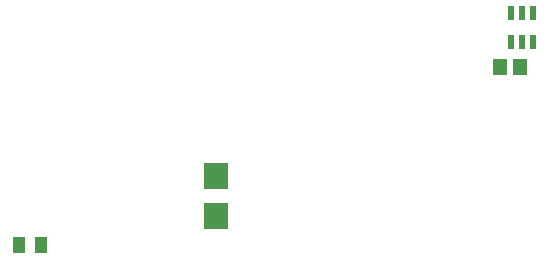
<source format=gbp>
G04 EAGLE Gerber RS-274X export*
G75*
%MOMM*%
%FSLAX34Y34*%
%LPD*%
%INSolderpaste Bottom*%
%IPPOS*%
%AMOC8*
5,1,8,0,0,1.08239X$1,22.5*%
G01*
G04 Define Apertures*
%ADD10R,1.031200X1.420200*%
%ADD11R,0.595000X1.260500*%
%ADD12R,1.164600X1.465300*%
%ADD13R,2.128400X2.224300*%
D10*
X152705Y62230D03*
X134315Y62230D03*
D11*
X550570Y258661D03*
X560070Y258661D03*
X569570Y258661D03*
X569570Y234099D03*
X560070Y234099D03*
X550570Y234099D03*
D12*
X541156Y213360D03*
X558664Y213360D03*
D13*
X300990Y87346D03*
X300990Y120934D03*
M02*

</source>
